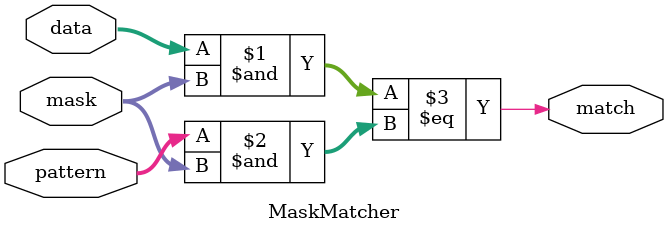
<source format=sv>
module MaskMatcher #(parameter WIDTH=8) (
    input [WIDTH-1:0] data,
    input [WIDTH-1:0] pattern, mask,
    output match
);
assign match = ((data & mask) == (pattern & mask));
endmodule

</source>
